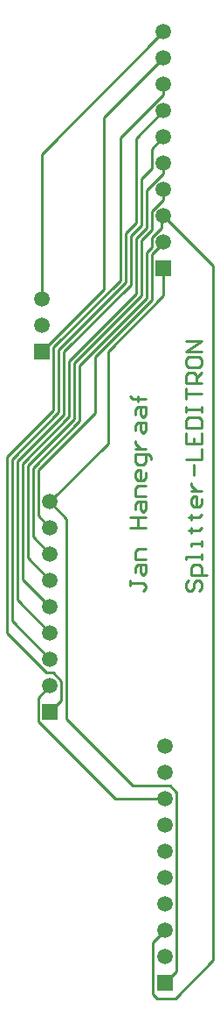
<source format=gtl>
G04*
G04 #@! TF.GenerationSoftware,Altium Limited,Altium Designer,21.1.1 (26)*
G04*
G04 Layer_Physical_Order=1*
G04 Layer_Color=255*
%FSLAX25Y25*%
%MOIN*%
G70*
G04*
G04 #@! TF.SameCoordinates,1B7210B6-2D31-40D9-95A8-5B08F62603AF*
G04*
G04*
G04 #@! TF.FilePolarity,Positive*
G04*
G01*
G75*
%ADD11C,0.01000*%
%ADD12C,0.05906*%
%ADD13R,0.05906X0.05906*%
D11*
X147047Y381219D02*
Y435444D01*
X131453Y327715D02*
Y348925D01*
X125453Y353968D02*
X151047Y379562D01*
X163500Y375316D02*
Y385600D01*
X161000Y108200D02*
X168000D01*
X140828Y377828D02*
Y442928D01*
X121453Y355624D02*
X147047Y381219D01*
X159500Y129500D02*
X164000Y134000D01*
X129453Y349754D02*
X155047Y375348D01*
X149047Y380390D02*
Y398959D01*
X159500Y109700D02*
X161000Y108200D01*
X131453Y348925D02*
X157047Y374520D01*
X159047Y373692D02*
Y390927D01*
X129453Y328544D02*
Y349754D01*
X182500Y122700D02*
Y386600D01*
X117000Y354000D02*
X140828Y377828D01*
X151047Y379562D02*
Y397930D01*
X142219Y319219D02*
Y354035D01*
X153047Y376177D02*
Y397101D01*
X142219Y354035D02*
X163500Y375316D01*
Y405600D02*
X182500Y386600D01*
X155047Y375348D02*
Y396273D01*
X159500Y109700D02*
Y129500D01*
X123453Y354796D02*
X149047Y380390D01*
X127453Y329372D02*
Y350582D01*
X137297Y330731D02*
Y351942D01*
X127453Y350582D02*
X153047Y376177D01*
X168000Y108200D02*
X182500Y122700D01*
X137297Y351942D02*
X159047Y373692D01*
X120000Y217000D02*
X124453Y221453D01*
Y228844D01*
X121297Y232000D02*
X124453Y228844D01*
X118703Y232000D02*
X121297D01*
X103547Y247156D02*
X118703Y232000D01*
X103547Y247156D02*
Y313952D01*
X121453Y331857D01*
Y355624D01*
X147047Y435444D02*
X163500Y451897D01*
Y455600D01*
X120000Y297000D02*
X126500Y290500D01*
Y214300D02*
Y290500D01*
Y214300D02*
X151800Y189000D01*
X166000D01*
X168500Y186500D01*
Y118500D02*
Y186500D01*
X164000Y114000D02*
X168500Y118500D01*
X140828Y442928D02*
X163500Y465600D01*
X120000Y287000D02*
Y287220D01*
X115547Y291673D02*
X120000Y287220D01*
X115547Y291673D02*
Y308981D01*
X137297Y330731D01*
X159047Y390927D02*
X163500Y395380D01*
Y395600D01*
X120000Y237000D02*
Y237220D01*
X105547Y251673D02*
X120000Y237220D01*
X105547Y251673D02*
Y313124D01*
X123453Y331029D01*
Y354796D01*
X149047Y398959D02*
X153047Y402959D01*
Y435147D01*
X163500Y445600D01*
X120000Y267000D02*
Y267220D01*
X111547Y275673D02*
X120000Y267220D01*
X111547Y275673D02*
Y310638D01*
X129453Y328544D01*
X155047Y396273D02*
X159047Y400273D01*
Y407444D01*
X163500Y411897D01*
Y415600D01*
X109547Y267453D02*
X120000Y257000D01*
X109547Y267453D02*
Y311467D01*
X127453Y329372D01*
X153047Y397101D02*
X157047Y401101D01*
Y415444D01*
X163500Y421897D01*
Y425600D01*
X120000Y297000D02*
X142219Y319219D01*
X120000Y277000D02*
Y277220D01*
X113547Y283673D02*
X120000Y277220D01*
X113547Y283673D02*
Y309810D01*
X131453Y327715D01*
X157047Y374520D02*
Y391756D01*
X159047Y393756D01*
Y397444D01*
X162750Y401147D01*
Y404850D01*
X163500Y405600D01*
X120000Y247000D02*
Y247220D01*
X107547Y259673D02*
X120000Y247220D01*
X107547Y259673D02*
Y312295D01*
X125453Y330201D01*
Y353968D01*
X151047Y397930D02*
X155047Y401930D01*
Y419756D01*
X159047Y423756D01*
Y431147D01*
X163500Y435600D01*
X144973Y184000D02*
X164000D01*
X115547Y213426D02*
X144973Y184000D01*
X115547Y213426D02*
Y222547D01*
X120000Y227000D01*
X117000Y374000D02*
Y429100D01*
X163500Y475600D01*
X150808Y266999D02*
Y264999D01*
Y265999D01*
X155806D01*
X156806Y264999D01*
Y264000D01*
X155806Y263000D01*
X152807Y269998D02*
Y271997D01*
X153807Y272997D01*
X156806D01*
Y269998D01*
X155806Y268998D01*
X154807Y269998D01*
Y272997D01*
X156806Y274996D02*
X152807D01*
Y277995D01*
X153807Y278995D01*
X156806D01*
X150808Y286992D02*
X156806D01*
X153807D01*
Y290991D01*
X150808D01*
X156806D01*
X152807Y293990D02*
Y295989D01*
X153807Y296989D01*
X156806D01*
Y293990D01*
X155806Y292990D01*
X154807Y293990D01*
Y296989D01*
X156806Y298988D02*
X152807D01*
Y301987D01*
X153807Y302987D01*
X156806D01*
Y307985D02*
Y305986D01*
X155806Y304986D01*
X153807D01*
X152807Y305986D01*
Y307985D01*
X153807Y308985D01*
X154807D01*
Y304986D01*
X158805Y312984D02*
Y313983D01*
X157806Y314983D01*
X152807D01*
Y311984D01*
X153807Y310984D01*
X155806D01*
X156806Y311984D01*
Y314983D01*
X152807Y316983D02*
X156806D01*
X154807D01*
X153807Y317982D01*
X152807Y318982D01*
Y319982D01*
Y323980D02*
Y325980D01*
X153807Y326979D01*
X156806D01*
Y323980D01*
X155806Y322981D01*
X154807Y323980D01*
Y326979D01*
X152807Y329978D02*
Y331978D01*
X153807Y332977D01*
X156806D01*
Y329978D01*
X155806Y328979D01*
X154807Y329978D01*
Y332977D01*
X156806Y335976D02*
X151808D01*
X153807D01*
Y334977D01*
Y336976D01*
Y335976D01*
X151808D01*
X150808Y336976D01*
X173002Y266999D02*
X172003Y265999D01*
Y264000D01*
X173002Y263000D01*
X174002D01*
X175002Y264000D01*
Y265999D01*
X176001Y266999D01*
X177001D01*
X178001Y265999D01*
Y264000D01*
X177001Y263000D01*
X180000Y268998D02*
X174002D01*
Y271997D01*
X175002Y272997D01*
X177001D01*
X178001Y271997D01*
Y268998D01*
Y274996D02*
Y276995D01*
Y275996D01*
X172003D01*
Y274996D01*
X178001Y279995D02*
Y281994D01*
Y280994D01*
X174002D01*
Y279995D01*
X173002Y285993D02*
X174002D01*
Y284993D01*
Y286992D01*
Y285993D01*
X177001D01*
X178001Y286992D01*
X173002Y290991D02*
X174002D01*
Y289991D01*
Y291991D01*
Y290991D01*
X177001D01*
X178001Y291991D01*
Y297989D02*
Y295989D01*
X177001Y294990D01*
X175002D01*
X174002Y295989D01*
Y297989D01*
X175002Y298988D01*
X176001D01*
Y294990D01*
X174002Y300988D02*
X178001D01*
X176001D01*
X175002Y301987D01*
X174002Y302987D01*
Y303987D01*
X175002Y306986D02*
Y310984D01*
X172003Y312984D02*
X178001D01*
Y316983D01*
X172003Y322981D02*
Y318982D01*
X178001D01*
Y322981D01*
X175002Y318982D02*
Y320981D01*
X172003Y324980D02*
X178001D01*
Y327979D01*
X177001Y328979D01*
X173002D01*
X172003Y327979D01*
Y324980D01*
Y330978D02*
Y332977D01*
Y331978D01*
X178001D01*
Y330978D01*
Y332977D01*
X172003Y335976D02*
Y339975D01*
Y337976D01*
X178001D01*
Y341974D02*
X172003D01*
Y344973D01*
X173002Y345973D01*
X175002D01*
X176001Y344973D01*
Y341974D01*
Y343974D02*
X178001Y345973D01*
X172003Y350972D02*
Y348972D01*
X173002Y347972D01*
X177001D01*
X178001Y348972D01*
Y350972D01*
X177001Y351971D01*
X173002D01*
X172003Y350972D01*
X178001Y353971D02*
X172003D01*
X178001Y357969D01*
X172003D01*
D12*
X163500Y405600D02*
D03*
Y475600D02*
D03*
Y465600D02*
D03*
Y455600D02*
D03*
Y445600D02*
D03*
Y435600D02*
D03*
Y425600D02*
D03*
Y415600D02*
D03*
Y395600D02*
D03*
X164000Y134000D02*
D03*
Y204000D02*
D03*
Y194000D02*
D03*
Y184000D02*
D03*
Y174000D02*
D03*
Y164000D02*
D03*
Y154000D02*
D03*
Y144000D02*
D03*
Y124000D02*
D03*
X120000Y237000D02*
D03*
Y247000D02*
D03*
Y257000D02*
D03*
Y267000D02*
D03*
Y277000D02*
D03*
Y287000D02*
D03*
Y297000D02*
D03*
Y227000D02*
D03*
X117000Y364000D02*
D03*
Y374000D02*
D03*
D13*
X163500Y385600D02*
D03*
X164000Y114000D02*
D03*
X120000Y217000D02*
D03*
X117000Y354000D02*
D03*
M02*

</source>
